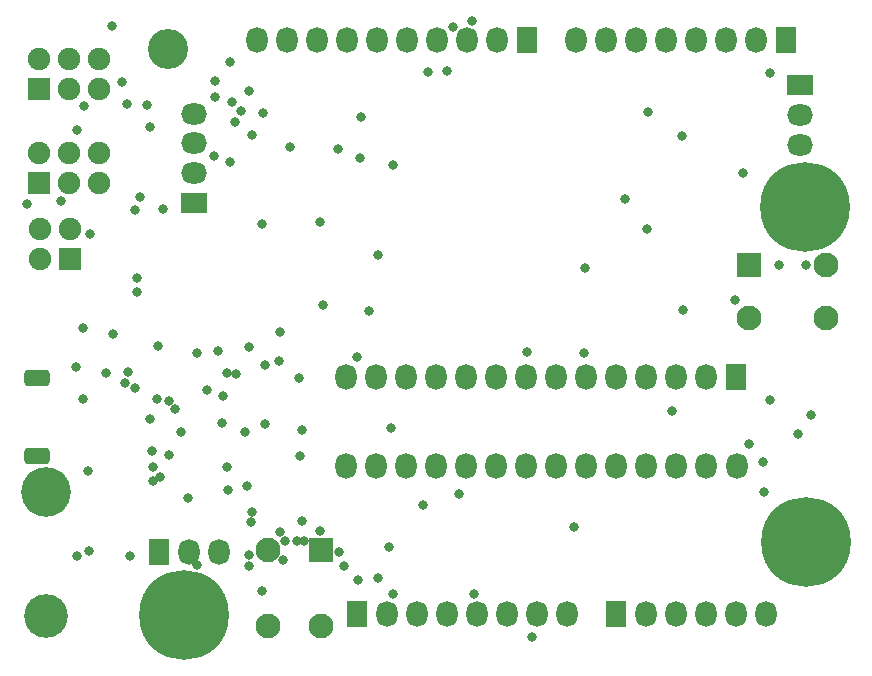
<source format=gbs>
G04*
G04 #@! TF.GenerationSoftware,Altium Limited,Altium Designer,20.0.13 (296)*
G04*
G04 Layer_Color=16711935*
%FSLAX44Y44*%
%MOMM*%
G71*
G01*
G75*
%ADD27R,1.9000X1.9000*%
%ADD56R,1.9000X1.9000*%
%ADD57C,1.9000*%
%ADD58O,2.2000X1.8000*%
%ADD59R,2.2000X1.8000*%
%ADD60O,1.8000X2.2000*%
%ADD61R,1.8000X2.2000*%
%ADD62C,3.4000*%
%ADD63C,3.7000*%
%ADD64C,4.2000*%
%ADD65C,2.1000*%
%ADD66R,2.1000X2.1000*%
%ADD67R,2.1000X2.1000*%
%ADD68C,7.6000*%
G04:AMPARAMS|DCode=69|XSize=2.18mm|YSize=1.43mm|CornerRadius=0.4025mm|HoleSize=0mm|Usage=FLASHONLY|Rotation=0.000|XOffset=0mm|YOffset=0mm|HoleType=Round|Shape=RoundedRectangle|*
%AMROUNDEDRECTD69*
21,1,2.1800,0.6250,0,0,0.0*
21,1,1.3750,1.4300,0,0,0.0*
1,1,0.8050,0.6875,-0.3125*
1,1,0.8050,-0.6875,-0.3125*
1,1,0.8050,-0.6875,0.3125*
1,1,0.8050,0.6875,0.3125*
%
%ADD69ROUNDEDRECTD69*%
%ADD70C,0.8000*%
D27*
X38676Y322556D02*
D03*
D56*
X12566Y387260D02*
D03*
X12666Y466610D02*
D03*
D57*
X37966Y387260D02*
D03*
X63366D02*
D03*
X12566Y412660D02*
D03*
X37966D02*
D03*
X63366D02*
D03*
X63466Y492010D02*
D03*
X38066D02*
D03*
X12666D02*
D03*
X63466Y466610D02*
D03*
X38066D02*
D03*
X13276Y347956D02*
D03*
Y322556D02*
D03*
X38676Y347956D02*
D03*
D58*
X143716Y420560D02*
D03*
Y395160D02*
D03*
Y445760D02*
D03*
X656716Y444360D02*
D03*
Y418960D02*
D03*
D59*
X143716Y369760D02*
D03*
X656716Y469760D02*
D03*
D60*
X164466Y75010D02*
D03*
X139066D02*
D03*
X197216Y508010D02*
D03*
X222616D02*
D03*
X248016D02*
D03*
X273416D02*
D03*
X298816D02*
D03*
X324216D02*
D03*
X349616D02*
D03*
X375016D02*
D03*
X400416D02*
D03*
X307009Y22357D02*
D03*
X332409D02*
D03*
X357809D02*
D03*
X383209D02*
D03*
X408609D02*
D03*
X434009D02*
D03*
X459409D02*
D03*
X619216Y507760D02*
D03*
X593816D02*
D03*
X568416D02*
D03*
X543016D02*
D03*
X517616D02*
D03*
X492216D02*
D03*
X466816D02*
D03*
X628170Y22357D02*
D03*
X602770D02*
D03*
X577370D02*
D03*
X551970D02*
D03*
X526570D02*
D03*
X272579Y147020D02*
D03*
X297979D02*
D03*
X323379D02*
D03*
X348779D02*
D03*
X374179D02*
D03*
X399579D02*
D03*
X424979D02*
D03*
X450379D02*
D03*
X475779D02*
D03*
X501179D02*
D03*
X526579D02*
D03*
X551979D02*
D03*
X577379D02*
D03*
X603679D02*
D03*
X272579Y222520D02*
D03*
X297979D02*
D03*
X323379D02*
D03*
X348779D02*
D03*
X374179D02*
D03*
X399579D02*
D03*
X424979D02*
D03*
X450379D02*
D03*
X475779D02*
D03*
X501179D02*
D03*
X526579D02*
D03*
X551979D02*
D03*
X577379D02*
D03*
D61*
X113666Y75010D02*
D03*
X425816Y508010D02*
D03*
X281609Y22357D02*
D03*
X644616Y507760D02*
D03*
X501170Y22357D02*
D03*
X602679Y222520D02*
D03*
D62*
X121966Y500760D02*
D03*
D63*
X17966Y20455D02*
D03*
D64*
Y125510D02*
D03*
D65*
X206304Y76550D02*
D03*
Y11550D02*
D03*
X251304D02*
D03*
X613466Y272760D02*
D03*
X678466D02*
D03*
Y317760D02*
D03*
D66*
X251304Y76550D02*
D03*
D67*
X613466Y317760D02*
D03*
D68*
X135466Y21260D02*
D03*
X660966Y366510D02*
D03*
X662190Y83191D02*
D03*
D69*
X10716Y222260D02*
D03*
Y156260D02*
D03*
D70*
X311827Y402456D02*
D03*
X224800Y417340D02*
D03*
X202450Y446388D02*
D03*
X429724Y2403D02*
D03*
X236804Y84138D02*
D03*
X167882Y206381D02*
D03*
X188906Y130509D02*
D03*
X107752Y160471D02*
D03*
X270912Y62398D02*
D03*
X218784Y67999D02*
D03*
X171808Y146348D02*
D03*
X172069Y127079D02*
D03*
X86682Y454094D02*
D03*
X113399Y249197D02*
D03*
X613498Y165876D02*
D03*
X179111Y225593D02*
D03*
X145896Y63913D02*
D03*
X44866Y71606D02*
D03*
X54406Y75097D02*
D03*
X193157Y108402D02*
D03*
X192150Y99640D02*
D03*
X173712Y404833D02*
D03*
X200850Y352335D02*
D03*
X75460Y258944D02*
D03*
X114649Y138364D02*
D03*
X43807Y231059D02*
D03*
X234757Y177531D02*
D03*
X234816Y100562D02*
D03*
X138716Y120634D02*
D03*
X112163Y203908D02*
D03*
X50293Y451961D02*
D03*
X266561Y74550D02*
D03*
X44477Y432069D02*
D03*
X220807Y83968D02*
D03*
X230647Y83863D02*
D03*
X166966Y184160D02*
D03*
X73793Y519726D02*
D03*
X284847Y443176D02*
D03*
X132371Y176366D02*
D03*
X145971Y243293D02*
D03*
X164151Y244381D02*
D03*
X108928Y146558D02*
D03*
X190113Y247959D02*
D03*
X381000Y39247D02*
D03*
X284315Y408203D02*
D03*
X508736Y373111D02*
D03*
X625839Y125196D02*
D03*
X631647Y480470D02*
D03*
X608509Y395385D02*
D03*
X601687Y288360D02*
D03*
X473429Y243159D02*
D03*
X425947Y243627D02*
D03*
X312044Y38641D02*
D03*
X190069Y72470D02*
D03*
X89313Y70989D02*
D03*
X108751Y135094D02*
D03*
X54171Y143075D02*
D03*
X215997Y236304D02*
D03*
X216360Y260618D02*
D03*
X204005Y182690D02*
D03*
X154460Y211662D02*
D03*
X87586Y226876D02*
D03*
X69466Y226049D02*
D03*
X2279Y368977D02*
D03*
X193048Y427518D02*
D03*
X160566Y410028D02*
D03*
X189993Y465329D02*
D03*
X173990Y489333D02*
D03*
X178015Y438301D02*
D03*
X161538Y459904D02*
D03*
X201041Y41510D02*
D03*
X265735Y415633D02*
D03*
X250620Y354292D02*
D03*
X655247Y174588D02*
D03*
X625658Y150521D02*
D03*
X474714Y315404D02*
D03*
X558067Y279256D02*
D03*
X368052Y123351D02*
D03*
X465700Y95586D02*
D03*
X299025Y52368D02*
D03*
X84908Y218059D02*
D03*
X186507Y176333D02*
D03*
X233617Y155964D02*
D03*
X49247Y263951D02*
D03*
X49708Y204373D02*
D03*
X171444Y225922D02*
D03*
X127625Y195438D02*
D03*
X203600Y232803D02*
D03*
X337320Y114193D02*
D03*
X93428Y213580D02*
D03*
X106231Y187421D02*
D03*
X216837Y91797D02*
D03*
X250685Y92471D02*
D03*
X308401Y78446D02*
D03*
X122404Y156684D02*
D03*
Y202332D02*
D03*
X190330Y62619D02*
D03*
X282469Y50601D02*
D03*
X183040Y448032D02*
D03*
X106154Y434622D02*
D03*
X161832Y473414D02*
D03*
X82879Y472805D02*
D03*
X55597Y343517D02*
D03*
X95147Y306705D02*
D03*
Y294688D02*
D03*
X299332Y325891D02*
D03*
X252910Y283371D02*
D03*
X232810Y222166D02*
D03*
X281434Y239794D02*
D03*
X661904Y317651D02*
D03*
X638681Y317559D02*
D03*
X30975Y372148D02*
D03*
X97501Y375282D02*
D03*
X93295Y364147D02*
D03*
X117594Y364719D02*
D03*
X341496Y480984D02*
D03*
X103816Y453374D02*
D03*
X358156Y481815D02*
D03*
X175543Y455480D02*
D03*
X666008Y190875D02*
D03*
X631618Y202979D02*
D03*
X310644Y179515D02*
D03*
X291574Y278587D02*
D03*
X362556Y518857D02*
D03*
X556426Y427176D02*
D03*
X527479Y348411D02*
D03*
X528386Y447453D02*
D03*
X378701Y524530D02*
D03*
X548014Y194271D02*
D03*
M02*

</source>
